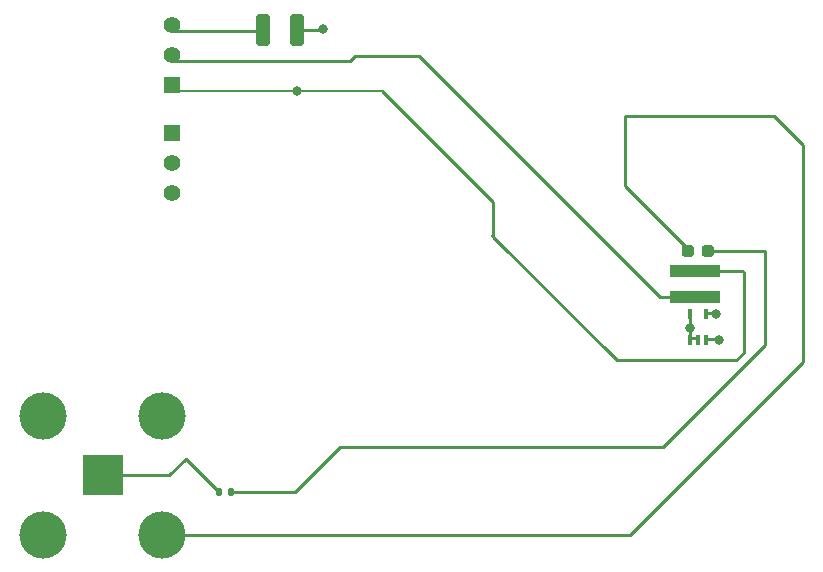
<source format=gbr>
%TF.GenerationSoftware,KiCad,Pcbnew,(6.0.8-1)-1*%
%TF.CreationDate,2022-11-01T09:45:04-04:00*%
%TF.ProjectId,Untitled,556e7469-746c-4656-942e-6b696361645f,rev?*%
%TF.SameCoordinates,Original*%
%TF.FileFunction,Copper,L1,Top*%
%TF.FilePolarity,Positive*%
%FSLAX46Y46*%
G04 Gerber Fmt 4.6, Leading zero omitted, Abs format (unit mm)*
G04 Created by KiCad (PCBNEW (6.0.8-1)-1) date 2022-11-01 09:45:04*
%MOMM*%
%LPD*%
G01*
G04 APERTURE LIST*
G04 Aperture macros list*
%AMRoundRect*
0 Rectangle with rounded corners*
0 $1 Rounding radius*
0 $2 $3 $4 $5 $6 $7 $8 $9 X,Y pos of 4 corners*
0 Add a 4 corners polygon primitive as box body*
4,1,4,$2,$3,$4,$5,$6,$7,$8,$9,$2,$3,0*
0 Add four circle primitives for the rounded corners*
1,1,$1+$1,$2,$3*
1,1,$1+$1,$4,$5*
1,1,$1+$1,$6,$7*
1,1,$1+$1,$8,$9*
0 Add four rect primitives between the rounded corners*
20,1,$1+$1,$2,$3,$4,$5,0*
20,1,$1+$1,$4,$5,$6,$7,0*
20,1,$1+$1,$6,$7,$8,$9,0*
20,1,$1+$1,$8,$9,$2,$3,0*%
G04 Aperture macros list end*
%TA.AperFunction,SMDPad,CuDef*%
%ADD10RoundRect,0.237500X-0.287500X-0.237500X0.287500X-0.237500X0.287500X0.237500X-0.287500X0.237500X0*%
%TD*%
%TA.AperFunction,SMDPad,CuDef*%
%ADD11RoundRect,0.087500X-0.087500X-0.337500X0.087500X-0.337500X0.087500X0.337500X-0.087500X0.337500X0*%
%TD*%
%TA.AperFunction,SMDPad,CuDef*%
%ADD12RoundRect,0.250000X-0.325000X-1.100000X0.325000X-1.100000X0.325000X1.100000X-0.325000X1.100000X0*%
%TD*%
%TA.AperFunction,SMDPad,CuDef*%
%ADD13RoundRect,0.135000X-0.135000X-0.185000X0.135000X-0.185000X0.135000X0.185000X-0.135000X0.185000X0*%
%TD*%
%TA.AperFunction,ComponentPad*%
%ADD14R,1.397000X1.397000*%
%TD*%
%TA.AperFunction,ComponentPad*%
%ADD15C,1.397000*%
%TD*%
%TA.AperFunction,ComponentPad*%
%ADD16R,3.500000X3.500000*%
%TD*%
%TA.AperFunction,ComponentPad*%
%ADD17C,4.000000*%
%TD*%
%TA.AperFunction,SMDPad,CuDef*%
%ADD18R,4.300000X1.100000*%
%TD*%
%TA.AperFunction,ViaPad*%
%ADD19C,0.800000*%
%TD*%
%TA.AperFunction,Conductor*%
%ADD20C,0.250000*%
%TD*%
%TA.AperFunction,Conductor*%
%ADD21C,0.200000*%
%TD*%
G04 APERTURE END LIST*
D10*
%TO.P,REF\u002A\u002A,1*%
%TO.N,N/C*%
X102865000Y-55200000D03*
%TO.P,REF\u002A\u002A,2*%
X104615000Y-55200000D03*
%TD*%
D11*
%TO.P,,1*%
%TO.N,N/C*%
X103090000Y-62700000D03*
%TD*%
%TO.P,REF\u002A\u002A,1*%
%TO.N,N/C*%
X103090000Y-62700000D03*
%TO.P,REF\u002A\u002A,2*%
X103740000Y-62700000D03*
%TO.P,REF\u002A\u002A,3*%
X104390000Y-62700000D03*
%TO.P,REF\u002A\u002A,4*%
X104390000Y-60500000D03*
%TO.P,REF\u002A\u002A,5*%
X103090000Y-60500000D03*
%TD*%
D12*
%TO.P,REF\u002A\u002A,1*%
%TO.N,N/C*%
X66885000Y-36460000D03*
%TO.P,REF\u002A\u002A,2*%
X69835000Y-36460000D03*
%TD*%
D13*
%TO.P,REF\u002A\u002A,1*%
%TO.N,N/C*%
X63212500Y-75612500D03*
%TO.P,REF\u002A\u002A,2*%
X64232500Y-75612500D03*
%TD*%
D14*
%TO.P,REF\u002A\u002A,1*%
%TO.N,N/C*%
X59250100Y-41127500D03*
D15*
%TO.P,REF\u002A\u002A,2*%
X59250100Y-38587500D03*
%TO.P,REF\u002A\u002A,3*%
X59250100Y-36047500D03*
%TD*%
D16*
%TO.P,REF\u002A\u002A,1*%
%TO.N,N/C*%
X53335000Y-74200000D03*
D17*
%TO.P,REF\u002A\u002A,2*%
X58360000Y-79225000D03*
X58360000Y-69175000D03*
X48310000Y-79225000D03*
X48310000Y-69175000D03*
%TD*%
D11*
%TO.P,,5*%
%TO.N,N/C*%
X103090000Y-60500000D03*
%TD*%
D18*
%TO.P,REF\u002A\u002A,1*%
%TO.N,N/C*%
X103490000Y-56910000D03*
%TO.P,REF\u002A\u002A,2*%
X103490000Y-59110000D03*
%TD*%
D14*
%TO.P,REF\u002A\u002A,1*%
%TO.N,N/C*%
X59250100Y-45212500D03*
D15*
%TO.P,REF\u002A\u002A,2*%
X59250100Y-47752500D03*
%TO.P,REF\u002A\u002A,3*%
X59250100Y-50292500D03*
%TD*%
D19*
%TO.N,*%
X105490000Y-62710000D03*
X69800000Y-41637506D03*
X105290000Y-60510000D03*
X72000000Y-36400000D03*
X103110000Y-61690000D03*
%TD*%
D20*
%TO.N,*%
X112600000Y-46200000D02*
X112600000Y-64600000D01*
X110200000Y-43800000D02*
X112600000Y-46200000D01*
X110200000Y-43800000D02*
X97600000Y-43800000D01*
X97975000Y-79225000D02*
X58360000Y-79225000D01*
X112600000Y-64600000D02*
X97975000Y-79225000D01*
X64232500Y-75612500D02*
X69587500Y-75612500D01*
X69587500Y-75612500D02*
X73400000Y-71800000D01*
X100800000Y-71800000D02*
X76600000Y-71800000D01*
X76600000Y-71800000D02*
X76200000Y-71800000D01*
X73400000Y-71800000D02*
X76600000Y-71800000D01*
X60387500Y-72787500D02*
X58975000Y-74200000D01*
X58975000Y-74200000D02*
X53335000Y-74200000D01*
X107000000Y-64400000D02*
X107600000Y-63800000D01*
X60387500Y-72787500D02*
X63212500Y-75612500D01*
X104815000Y-55200000D02*
X109400000Y-55200000D01*
X72000000Y-36400000D02*
X71940000Y-36460000D01*
X80090000Y-38690000D02*
X79890000Y-38690000D01*
X100490000Y-59110000D02*
X100490000Y-59090000D01*
X59270100Y-39097506D02*
X74297506Y-39097506D01*
X103490000Y-59110000D02*
X100490000Y-59110000D01*
X97600000Y-49735000D02*
X103065000Y-55200000D01*
X74705012Y-38690000D02*
X79890000Y-38690000D01*
X100490000Y-59090000D02*
X80090000Y-38690000D01*
X103110000Y-62570000D02*
X103110000Y-61690000D01*
X96850000Y-64400000D02*
X107000000Y-64400000D01*
X107510000Y-56910000D02*
X103490000Y-56910000D01*
X66787494Y-36557506D02*
X66885000Y-36460000D01*
X86425000Y-51025000D02*
X77030000Y-41630000D01*
X86425000Y-53975000D02*
X96850000Y-64400000D01*
X86331565Y-53881565D02*
X86425000Y-53975000D01*
X104410000Y-60480000D02*
X105260000Y-60480000D01*
D21*
X59270100Y-41630000D02*
X77030000Y-41630000D01*
D20*
X103110000Y-61690000D02*
X103110000Y-60540000D01*
X104410000Y-62680000D02*
X105460000Y-62680000D01*
X107600000Y-63800000D02*
X107600000Y-57000000D01*
X86425000Y-53975000D02*
X86425000Y-51025000D01*
X103760000Y-62570000D02*
X103110000Y-62570000D01*
X109400000Y-63200000D02*
X100800000Y-71800000D01*
X107600000Y-57000000D02*
X107510000Y-56910000D01*
X97600000Y-43800000D02*
X97600000Y-49735000D01*
X109400000Y-55200000D02*
X109400000Y-63200000D01*
X71940000Y-36460000D02*
X69835000Y-36460000D01*
X59270100Y-36557506D02*
X66787494Y-36557506D01*
X74297506Y-39097506D02*
X74705012Y-38690000D01*
%TD*%
M02*

</source>
